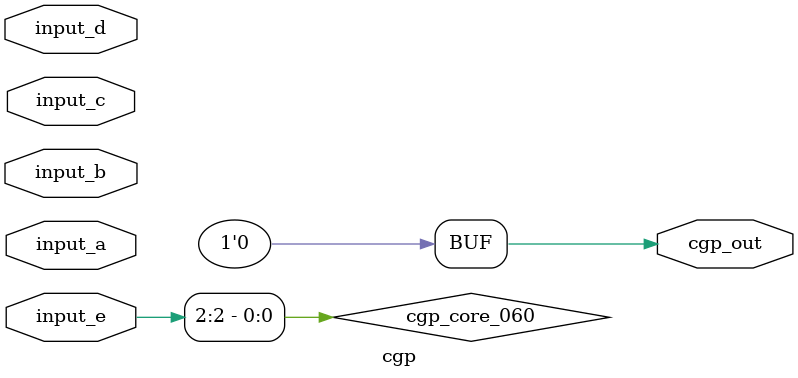
<source format=v>
module cgp(input [2:0] input_a, input [2:0] input_b, input [2:0] input_c, input [2:0] input_d, input [2:0] input_e, output [0:0] cgp_out);
  wire cgp_core_017;
  wire cgp_core_018;
  wire cgp_core_019;
  wire cgp_core_020;
  wire cgp_core_022;
  wire cgp_core_023;
  wire cgp_core_024;
  wire cgp_core_025;
  wire cgp_core_027;
  wire cgp_core_028;
  wire cgp_core_029;
  wire cgp_core_031;
  wire cgp_core_032;
  wire cgp_core_035;
  wire cgp_core_036;
  wire cgp_core_037;
  wire cgp_core_038;
  wire cgp_core_041;
  wire cgp_core_042;
  wire cgp_core_043;
  wire cgp_core_044;
  wire cgp_core_046;
  wire cgp_core_047;
  wire cgp_core_050;
  wire cgp_core_051;
  wire cgp_core_052;
  wire cgp_core_054;
  wire cgp_core_057;
  wire cgp_core_058;
  wire cgp_core_059;
  wire cgp_core_060;
  wire cgp_core_061;
  wire cgp_core_062;
  wire cgp_core_063;
  wire cgp_core_064;
  wire cgp_core_065;
  wire cgp_core_066;
  wire cgp_core_071;
  wire cgp_core_073;
  wire cgp_core_076;
  wire cgp_core_078;

  assign cgp_core_017 = input_b[0] ^ input_b[2];
  assign cgp_core_018 = input_b[1] & input_a[2];
  assign cgp_core_019 = input_b[1] ^ input_c[1];
  assign cgp_core_020 = input_d[1] & input_c[1];
  assign cgp_core_022 = cgp_core_019 & cgp_core_018;
  assign cgp_core_023 = ~(input_e[0] & cgp_core_022);
  assign cgp_core_024 = input_b[2] ^ input_c[2];
  assign cgp_core_025 = input_c[1] & input_c[2];
  assign cgp_core_027 = input_e[0] ^ cgp_core_023;
  assign cgp_core_028 = cgp_core_025 | cgp_core_027;
  assign cgp_core_029 = input_a[1] ^ input_e[0];
  assign cgp_core_031 = input_d[1] ^ input_e[1];
  assign cgp_core_032 = input_d[1] & input_e[1];
  assign cgp_core_035 = cgp_core_032 | input_c[1];
  assign cgp_core_036 = input_d[2] ^ input_e[2];
  assign cgp_core_037 = ~(input_d[2] & input_d[2]);
  assign cgp_core_038 = cgp_core_036 ^ cgp_core_035;
  assign cgp_core_041 = ~(cgp_core_017 & input_a[0]);
  assign cgp_core_042 = ~(cgp_core_017 ^ input_b[0]);
  assign cgp_core_043 = cgp_core_019 & cgp_core_031;
  assign cgp_core_044 = cgp_core_019 & input_b[0];
  assign cgp_core_046 = cgp_core_043 & cgp_core_042;
  assign cgp_core_047 = ~(cgp_core_044 ^ cgp_core_046);
  assign cgp_core_050 = input_a[0] ^ cgp_core_047;
  assign cgp_core_051 = ~(input_e[2] | cgp_core_047);
  assign cgp_core_052 = ~input_e[2];
  assign cgp_core_054 = cgp_core_028 & input_c[1];
  assign cgp_core_057 = input_b[0] | input_a[1];
  assign cgp_core_058 = ~cgp_core_057;
  assign cgp_core_059 = ~input_b[1];
  assign cgp_core_060 = ~cgp_core_052;
  assign cgp_core_061 = ~input_e[2];
  assign cgp_core_062 = input_e[0] & cgp_core_059;
  assign cgp_core_063 = input_c[2] | cgp_core_050;
  assign cgp_core_064 = input_b[0] & input_b[1];
  assign cgp_core_065 = cgp_core_064 & cgp_core_062;
  assign cgp_core_066 = input_b[2] & cgp_core_050;
  assign cgp_core_071 = ~(input_a[1] ^ input_a[0]);
  assign cgp_core_073 = ~cgp_core_041;
  assign cgp_core_076 = ~(input_a[0] & input_e[2]);
  assign cgp_core_078 = ~(input_c[2] ^ cgp_core_065);

  assign cgp_out[0] = 1'b0;
endmodule
</source>
